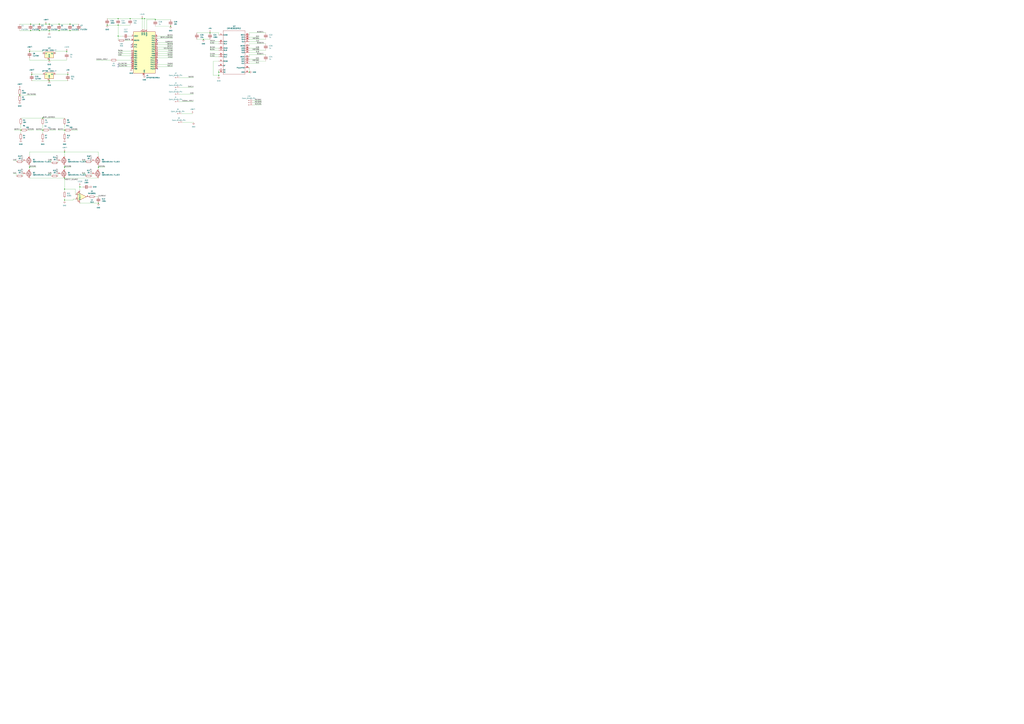
<source format=kicad_sch>
(kicad_sch (version 20250114) (generator "eeschema") (generator_version "9.0")
  (paper "A0")
  (lib_symbols
    (symbol "Amplifier_Current:INA180B1" (pin_names (offset 0.127))
      (property "Reference" "U" (at 3.81 3.81 0))
      (property "Value" "INA180B1" (at 3.81 -2.54 0))
      (symbol "INA180B1_1_1"
        (pin input line (at -7.62 2.54 0) (length 2.54) (name "+") (number "1"))
        (pin input line (at -7.62 -2.54 0) (length 2.54) (name "-") (number "3"))
        (pin power_in line (at -2.54 7.62 270) (length 3.81) (name "V+") (number "5"))
        (pin power_in line (at -2.54 -7.62 90) (length 3.81) (name "GND") (number "2"))
        (pin output line (at 7.62 0 180) (length 2.54) (name "~") (number "4"))
      )
    )
    (symbol "Conn_01x01_Pin_1" (pin_names (offset 1.016) (hide yes))
      (property "Reference" "J5" (at 0.635 5.08 0))
      (property "Value" "Conn_01x01_Pin" (at 0.635 2.54 0))
      (symbol "Conn_01x01_Pin_1_1_1"
        (pin power_out line (at 5.08 0 180) (length 3.81) (name "Pin_1") (number "1"))
      )
    )
    (symbol "Conn_01x01_Pin_2" (pin_names (offset 1.016) (hide yes))
      (property "Reference" "J6" (at 0.635 5.08 0))
      (property "Value" "Conn_01x01_Pin" (at 0.635 2.54 0))
      (symbol "Conn_01x01_Pin_2_1_1"
        (pin power_out line (at 5.08 0 180) (length 3.81) (name "Pin_1") (number "1"))
      )
    )
    (symbol "Connector:Conn_01x01_Pin" (pin_names (offset 1.016) (hide yes))
      (property "Reference" "J" (at 0 2.54 0))
      (property "Value" "Conn_01x01_Pin" (at 0 -2.54 0))
      (symbol "Conn_01x01_Pin_1_1"
        (pin passive line (at 5.08 0 180) (length 3.81) (name "Pin_1") (number "1"))
      )
    )
    (symbol "Connector:Conn_01x03_Pin" (pin_names (offset 1.016) (hide yes))
      (property "Reference" "J" (at 0 5.08 0))
      (property "Value" "Conn_01x03_Pin" (at 0 -5.08 0))
      (symbol "Conn_01x03_Pin_1_1"
        (pin passive line (at 5.08 2.54 180) (length 3.81) (name "Pin_1") (number "1"))
        (pin passive line (at 5.08 0 180) (length 3.81) (name "Pin_2") (number "2"))
        (pin passive line (at 5.08 -2.54 180) (length 3.81) (name "Pin_3") (number "3"))
      )
    )
    (symbol "DRV8300:DRV8300DRGER" (pin_names (offset 0.254))
      (property "Reference" "U" (at 0 2.54 0))
      (property "Value" "DRV8300DRGER" (at 0 0 0))
      (symbol "DRV8300DRGER_0_1"
        (pin power_in line (at 0 0 0) (length 5.08) (name "GVDD") (number "4"))
        (pin input line (at 0 -7.62 0) (length 5.08) (name "INHA") (number "22"))
        (pin input line (at 0 -10.16 0) (length 5.08) (name "INLA") (number "1"))
        (pin input line (at 0 -15.24 0) (length 5.08) (name "INHB") (number "23"))
        (pin input line (at 0 -17.78 0) (length 5.08) (name "INLB") (number "2"))
        (pin input line (at 0 -22.86 0) (length 5.08) (name "INHC") (number "24"))
        (pin input line (at 0 -25.4 0) (length 5.08) (name "INLC") (number "3"))
        (pin input line (at 0 -30.48 0) (length 5.08) (name "MODE") (number "5"))
        (pin input line (at 0 -35.56 0) (length 5.08) (name "DT") (number "21"))
        (pin unspecified line (at 0 -40.64 0) (length 5.08) (name "NC") (number "7"))
        (pin unspecified line (at 0 -43.18 0) (length 5.08) (name "NC") (number "8"))
        (pin output line (at 35.56 0 180) (length 5.08) (name "BSTA") (number "20"))
        (pin output line (at 35.56 -2.54 180) (length 5.08) (name "GHA") (number "19"))
        (pin input line (at 35.56 -5.08 180) (length 5.08) (name "SHA") (number "18"))
        (pin output line (at 35.56 -7.62 180) (length 5.08) (name "GLA") (number "11"))
        (pin output line (at 35.56 -12.7 180) (length 5.08) (name "BSTB") (number "17"))
        (pin output line (at 35.56 -15.24 180) (length 5.08) (name "GHB") (number "16"))
        (pin input line (at 35.56 -17.78 180) (length 5.08) (name "SHB") (number "15"))
        (pin output line (at 35.56 -20.32 180) (length 5.08) (name "GLB") (number "10"))
        (pin output line (at 35.56 -25.4 180) (length 5.08) (name "BSTC") (number "14"))
        (pin output line (at 35.56 -27.94 180) (length 5.08) (name "GHC") (number "13"))
        (pin input line (at 35.56 -30.48 180) (length 5.08) (name "SHC") (number "12"))
        (pin output line (at 35.56 -33.02 180) (length 5.08) (name "GLC") (number "9"))
        (pin power_in line (at 35.56 -38.1 180) (length 5.08) (name "PowerPAD") (number "25"))
        (pin power_in line (at 35.56 -43.18 180) (length 5.08) (name "GND") (number "6"))
      )
    )
    (symbol "Device:C" (pin_numbers (hide yes)) (pin_names (offset 0.254))
      (property "Reference" "C" (at 0.635 2.54 0))
      (property "Value" "C" (at 0.635 -2.54 0))
      (symbol "C_1_1"
        (pin passive line (at 0 3.81 270) (length 2.794) (name "~") (number "1"))
        (pin passive line (at 0 -3.81 90) (length 2.794) (name "~") (number "2"))
      )
    )
    (symbol "Device:R" (pin_numbers (hide yes)) (pin_names (offset 0))
      (property "Reference" "R" (at 2.032 0 90))
      (property "Value" "R" (at 0 0 90))
      (symbol "R_1_1"
        (pin passive line (at 0 3.81 270) (length 1.27) (name "~") (number "1"))
        (pin passive line (at 0 -3.81 90) (length 1.27) (name "~") (number "2"))
      )
    )
    (symbol "MCU_ST_STM32F0:STM32F051K8Ux"
      (property "Reference" "U" (at -12.7 26.67 0))
      (property "Value" "STM32F051K8Ux" (at 5.08 26.67 0))
      (symbol "STM32F051K8Ux_1_1"
        (pin input line (at -15.24 20.32 0) (length 2.54) (name "NRST") (number "4"))
        (pin input line (at -15.24 15.24 0) (length 2.54) (name "BOOT0") (number "31"))
        (pin bidirectional line (at -15.24 10.16 0) (length 2.54) (name "PF0") (number "2"))
        (pin bidirectional line (at -15.24 7.62 0) (length 2.54) (name "PF1") (number "3"))
        (pin bidirectional line (at -15.24 2.54 0) (length 2.54) (name "PB0") (number "14"))
        (pin bidirectional line (at -15.24 0 0) (length 2.54) (name "PB1") (number "15"))
        (pin bidirectional line (at -15.24 -2.54 0) (length 2.54) (name "PB2") (number "16"))
        (pin bidirectional line (at -15.24 -5.08 0) (length 2.54) (name "PB3") (number "26"))
        (pin bidirectional line (at -15.24 -7.62 0) (length 2.54) (name "PB4") (number "27"))
        (pin bidirectional line (at -15.24 -10.16 0) (length 2.54) (name "PB5") (number "28"))
        (pin bidirectional line (at -15.24 -12.7 0) (length 2.54) (name "PB6") (number "29"))
        (pin bidirectional line (at -15.24 -15.24 0) (length 2.54) (name "PB7") (number "30"))
        (pin bidirectional line (at -15.24 -17.78 0) (length 2.54) (name "PB8") (number "32"))
        (pin power_in line (at -2.54 27.94 270) (length 2.54) (name "VDD") (number "1"))
        (pin power_in line (at 0 27.94 270) (length 2.54) (name "VDD") (number "17"))
        (pin power_in line (at 0 -25.4 90) (length 2.54) (name "VSS") (number "33"))
        (pin power_in line (at 2.54 27.94 270) (length 2.54) (name "VDDA") (number "5"))
        (pin bidirectional line (at 15.24 20.32 180) (length 2.54) (name "PA0") (number "6"))
        (pin bidirectional line (at 15.24 17.78 180) (length 2.54) (name "PA1") (number "7"))
        (pin bidirectional line (at 15.24 15.24 180) (length 2.54) (name "PA2") (number "8"))
        (pin bidirectional line (at 15.24 12.7 180) (length 2.54) (name "PA3") (number "9"))
        (pin bidirectional line (at 15.24 10.16 180) (length 2.54) (name "PA4") (number "10"))
        (pin bidirectional line (at 15.24 7.62 180) (length 2.54) (name "PA5") (number "11"))
        (pin bidirectional line (at 15.24 5.08 180) (length 2.54) (name "PA6") (number "12"))
        (pin bidirectional line (at 15.24 2.54 180) (length 2.54) (name "PA7") (number "13"))
        (pin bidirectional line (at 15.24 0 180) (length 2.54) (name "PA8") (number "18"))
        (pin bidirectional line (at 15.24 -2.54 180) (length 2.54) (name "PA9") (number "19"))
        (pin bidirectional line (at 15.24 -5.08 180) (length 2.54) (name "PA10") (number "20"))
        (pin bidirectional line (at 15.24 -7.62 180) (length 2.54) (name "PA11") (number "21"))
        (pin bidirectional line (at 15.24 -10.16 180) (length 2.54) (name "PA12") (number "22"))
        (pin bidirectional line (at 15.24 -12.7 180) (length 2.54) (name "PA13") (number "23"))
        (pin bidirectional line (at 15.24 -15.24 180) (length 2.54) (name "PA14") (number "24"))
        (pin bidirectional line (at 15.24 -17.78 180) (length 2.54) (name "PA15") (number "25"))
      )
    )
    (symbol "Regulator_Linear:AP7381-33SA-7"
      (property "Reference" "U" (at -3.81 3.175 0))
      (property "Value" "AP7381-33SA-7" (at 0 3.175 0))
      (symbol "AP7381-33SA-7_1_1"
        (pin power_in line (at -7.62 0 0) (length 2.54) (name "VI") (number "1"))
        (pin power_in line (at 0 -7.62 90) (length 2.54) (name "GND") (number "3"))
        (pin power_out line (at 7.62 0 180) (length 2.54) (name "VO") (number "2"))
      )
    )
    (symbol "Regulator_Linear:AP7381-50SA-7"
      (property "Reference" "U" (at -3.81 3.175 0))
      (property "Value" "AP7381-50SA-7" (at 0 3.175 0))
      (symbol "AP7381-50SA-7_1_1"
        (pin power_in line (at -7.62 0 0) (length 2.54) (name "VI") (number "1"))
        (pin power_in line (at 0 -7.62 90) (length 2.54) (name "GND") (number "3"))
        (pin power_out line (at 7.62 0 180) (length 2.54) (name "VO") (number "2"))
      )
    )
    (symbol "Transistor_FET:PSMN5R2-60YL" (pin_names (hide yes))
      (property "Reference" "Q" (at 5.715 1.905 0))
      (property "Value" "PSMN5R2-60YL" (at 12.7 0 0))
      (symbol "PSMN5R2-60YL_1_1"
        (pin passive line (at -5.08 0 0) (length 2.54) (name "G") (number "4"))
        (pin passive line (at 2.54 5.08 270) (length 2.54) (name "D") (number "5"))
        (pin passive line (at 2.54 -5.08 90) (length 2.54) (name "S") (number "1"))
        (pin passive line (at 2.54 -5.08 90) (length 2.54) (hide yes) (name "S") (number "2"))
        (pin passive line (at 2.54 -5.08 90) (length 2.54) (hide yes) (name "S") (number "3"))
      )
    )
    (symbol "power:+3.3V" (power) (pin_numbers (hide yes)) (pin_names (offset 0) (hide yes))
      (property "Value" "+3.3V" (at 0 3.556 0))
      (symbol "+3.3V_1_1"
        (pin power_in line (at 0 0 90) (length 0) (name "~") (number "1"))
      )
    )
    (symbol "power:+5V" (power) (pin_numbers (hide yes)) (pin_names (offset 0) (hide yes))
      (property "Value" "+5V" (at 0 3.556 0))
      (symbol "+5V_1_1"
        (pin power_in line (at 0 0 90) (length 0) (name "~") (number "1"))
      )
    )
    (symbol "power:+BATT" (power) (pin_numbers (hide yes)) (pin_names (offset 0) (hide yes))
      (property "Value" "+BATT" (at 0 3.556 0))
      (symbol "+BATT_1_1"
        (pin power_in line (at 0 0 90) (length 0) (name "~") (number "1"))
      )
    )
    (symbol "power:GND" (power) (pin_numbers (hide yes)) (pin_names (offset 0) (hide yes))
      (property "Value" "GND" (at 0 -3.81 0))
      (symbol "GND_1_1"
        (pin power_in line (at 0 0 270) (length 0) (name "~") (number "1"))
      )
    )
  )
  (junction (at 74.93 207.01))
  (junction (at 74.93 194.31))
  (junction (at 35.56 35.56))
  (junction (at 254 83.82))
  (junction (at 34.29 194.31))
  (junction (at 68.58 35.56))
  (junction (at 243.84 38.1))
  (junction (at 81.28 35.56))
  (junction (at 81.28 27.94))
  (junction (at 180.34 22.86))
  (junction (at 53.34 27.94))
  (junction (at 24.13 151.13))
  (junction (at 137.16 21.59))
  (junction (at 124.46 29.21))
  (junction (at 151.13 21.59))
  (junction (at 254 87.63))
  (junction (at 137.16 29.21))
  (junction (at 49.53 137.16))
  (junction (at 45.72 27.94))
  (junction (at 165.1 21.59))
  (junction (at 114.3 236.22))
  (junction (at 22.86 110.49))
  (junction (at 74.93 232.41))
  (junction (at 289.56 83.82))
  (junction (at 167.64 21.59))
  (junction (at 137.16 41.91))
  (junction (at 57.15 35.56))
  (junction (at 57.15 27.94))
  (junction (at 74.93 151.13))
  (junction (at 74.93 176.53))
  (junction (at 74.93 219.71))
  (junction (at 49.53 151.13))
  (junction (at 36.83 86.36))
  (junction (at 198.12 30.48))
  (junction (at 77.47 59.69))
  (junction (at 78.74 86.36))
  (junction (at 35.56 27.94))
  (junction (at 57.15 69.85))
  (junction (at 45.72 35.56))
  (junction (at 68.58 27.94))
  (junction (at 236.22 45.72))
  (junction (at 114.3 194.31))
  (junction (at 92.71 217.17))
  (junction (at 34.29 59.69))
  (junction (at 57.15 93.98))
  (no_connect (at 182.88 80.01))
  (no_connect (at 152.4 67.31))
  (no_connect (at 152.4 54.61))
  (no_connect (at 254 76.2))
  (no_connect (at 182.88 72.39))
  (no_connect (at 152.4 72.39))
  (no_connect (at 182.88 69.85))
  (no_connect (at 152.4 52.07))
  (no_connect (at 137.16 77.47))
  (no_connect (at 182.88 46.99))
  (no_connect (at 137.16 74.93))
  (wire (pts (xy 182.88 41.91) (xy 200.66 41.91)))
  (wire (pts (xy 59.69 201.93) (xy 59.69 204.47)))
  (wire (pts (xy 22.86 110.49) (xy 41.91 110.49)))
  (wire (pts (xy 57.15 35.56) (xy 68.58 35.56)))
  (wire (pts (xy 208.28 118.11) (xy 224.79 118.11)))
  (wire (pts (xy 142.24 41.91) (xy 137.16 41.91)))
  (wire (pts (xy 57.15 151.13) (xy 64.77 151.13)))
  (wire (pts (xy 41.91 151.13) (xy 49.53 151.13)))
  (wire (pts (xy 151.13 21.59) (xy 165.1 21.59)))
  (wire (pts (xy 208.28 109.22) (xy 224.79 109.22)))
  (wire (pts (xy 19.05 186.69) (xy 19.05 187.96)))
  (wire (pts (xy 114.3 181.61) (xy 114.3 176.53)))
  (wire (pts (xy 34.29 69.85) (xy 34.29 67.31)))
  (wire (pts (xy 57.15 93.98) (xy 78.74 93.98)))
  (wire (pts (xy 85.09 231.14) (xy 85.09 232.41)))
  (wire (pts (xy 45.72 27.94) (xy 53.34 27.94)))
  (wire (pts (xy 289.56 48.26) (xy 300.99 48.26)))
  (wire (pts (xy 289.56 73.66) (xy 300.99 73.66)))
  (wire (pts (xy 247.65 87.63) (xy 254 87.63)))
  (wire (pts (xy 212.09 142.24) (xy 224.79 142.24)))
  (wire (pts (xy 135.89 69.85) (xy 152.4 69.85)))
  (wire (pts (xy 124.46 21.59) (xy 137.16 21.59)))
  (wire (pts (xy 289.56 63.5) (xy 289.56 66.04)))
  (wire (pts (xy 137.16 41.91) (xy 137.16 29.21)))
  (wire (pts (xy 74.93 191.77) (xy 74.93 194.31)))
  (wire (pts (xy 243.84 66.04) (xy 254 66.04)))
  (wire (pts (xy 254 71.12) (xy 247.65 71.12)))
  (wire (pts (xy 74.93 176.53) (xy 74.93 181.61)))
  (wire (pts (xy 137.16 21.59) (xy 151.13 21.59)))
  (wire (pts (xy 57.15 35.56) (xy 57.15 38.1)))
  (wire (pts (xy 254 40.64) (xy 254 38.1)))
  (wire (pts (xy 167.64 34.29) (xy 167.64 21.59)))
  (wire (pts (xy 137.16 77.47) (xy 152.4 77.47)))
  (wire (pts (xy 99.06 201.93) (xy 99.06 204.47)))
  (wire (pts (xy 289.56 55.88) (xy 300.99 55.88)))
  (wire (pts (xy 289.56 38.1) (xy 289.56 40.64)))
  (wire (pts (xy 308.61 50.8) (xy 289.56 50.8)))
  (wire (pts (xy 289.56 58.42) (xy 308.61 58.42)))
  (wire (pts (xy 243.84 55.88) (xy 254 55.88)))
  (wire (pts (xy 149.86 41.91) (xy 152.4 41.91)))
  (wire (pts (xy 289.56 50.8) (xy 289.56 53.34)))
  (wire (pts (xy 64.77 59.69) (xy 64.77 62.23)))
  (wire (pts (xy 243.84 63.5) (xy 254 63.5)))
  (wire (pts (xy 243.84 38.1) (xy 228.6 38.1)))
  (wire (pts (xy 55.88 201.93) (xy 59.69 201.93)))
  (wire (pts (xy 92.71 217.17) (xy 96.52 217.17)))
  (wire (pts (xy 247.65 71.12) (xy 247.65 87.63)))
  (wire (pts (xy 137.16 74.93) (xy 152.4 74.93)))
  (wire (pts (xy 182.88 49.53) (xy 200.66 49.53)))
  (wire (pts (xy 110.49 228.6) (xy 114.3 228.6)))
  (wire (pts (xy 59.69 186.69) (xy 59.69 189.23)))
  (wire (pts (xy 254 87.63) (xy 254 88.9)))
  (wire (pts (xy 24.13 151.13) (xy 24.13 154.94)))
  (wire (pts (xy 36.83 86.36) (xy 49.53 86.36)))
  (wire (pts (xy 182.88 64.77) (xy 200.66 64.77)))
  (wire (pts (xy 74.93 207.01) (xy 74.93 219.71)))
  (wire (pts (xy 74.93 194.31) (xy 74.93 196.85)))
  (wire (pts (xy 64.77 86.36) (xy 78.74 86.36)))
  (wire (pts (xy 74.93 144.78) (xy 74.93 151.13)))
  (wire (pts (xy 74.93 176.53) (xy 34.29 176.53)))
  (wire (pts (xy 74.93 232.41) (xy 74.93 229.87)))
  (wire (pts (xy 26.67 186.69) (xy 26.67 187.96)))
  (wire (pts (xy 182.88 67.31) (xy 200.66 67.31)))
  (wire (pts (xy 35.56 27.94) (xy 45.72 27.94)))
  (wire (pts (xy 64.77 59.69) (xy 77.47 59.69)))
  (wire (pts (xy 74.93 232.41) (xy 74.93 233.68)))
  (wire (pts (xy 208.28 101.6) (xy 224.79 101.6)))
  (wire (pts (xy 92.71 217.17) (xy 92.71 220.98)))
  (wire (pts (xy 289.56 60.96) (xy 300.99 60.96)))
  (wire (pts (xy 182.88 77.47) (xy 200.66 77.47)))
  (wire (pts (xy 289.56 45.72) (xy 308.61 45.72)))
  (wire (pts (xy 144.78 46.99) (xy 152.4 46.99)))
  (wire (pts (xy 87.63 226.06) (xy 87.63 219.71)))
  (wire (pts (xy 182.88 59.69) (xy 200.66 59.69)))
  (wire (pts (xy 243.84 50.8) (xy 254 50.8)))
  (wire (pts (xy 67.31 186.69) (xy 67.31 189.23)))
  (wire (pts (xy 308.61 38.1) (xy 289.56 38.1)))
  (wire (pts (xy 289.56 71.12) (xy 308.61 71.12)))
  (wire (pts (xy 180.34 30.48) (xy 198.12 30.48)))
  (wire (pts (xy 111.76 69.85) (xy 128.27 69.85)))
  (wire (pts (xy 137.16 59.69) (xy 152.4 59.69)))
  (wire (pts (xy 92.71 236.22) (xy 114.3 236.22)))
  (wire (pts (xy 106.68 186.69) (xy 106.68 187.96)))
  (wire (pts (xy 81.28 27.94) (xy 91.44 27.94)))
  (wire (pts (xy 182.88 52.07) (xy 200.66 52.07)))
  (wire (pts (xy 31.75 151.13) (xy 39.37 151.13)))
  (wire (pts (xy 308.61 63.5) (xy 289.56 63.5)))
  (wire (pts (xy 92.71 215.9) (xy 92.71 217.17)))
  (wire (pts (xy 74.93 207.01) (xy 114.3 207.01)))
  (wire (pts (xy 210.82 132.08) (xy 223.52 132.08)))
  (wire (pts (xy 15.24 201.93) (xy 19.05 201.93)))
  (wire (pts (xy 95.25 186.69) (xy 99.06 186.69)))
  (wire (pts (xy 49.53 137.16) (xy 74.93 137.16)))
  (wire (pts (xy 124.46 29.21) (xy 137.16 29.21)))
  (wire (pts (xy 137.16 64.77) (xy 152.4 64.77)))
  (wire (pts (xy 19.05 201.93) (xy 19.05 204.47)))
  (wire (pts (xy 45.72 35.56) (xy 57.15 35.56)))
  (wire (pts (xy 180.34 21.59) (xy 180.34 22.86)))
  (wire (pts (xy 49.53 144.78) (xy 49.53 151.13)))
  (wire (pts (xy 82.55 151.13) (xy 90.17 151.13)))
  (wire (pts (xy 167.64 21.59) (xy 165.1 21.59)))
  (wire (pts (xy 35.56 35.56) (xy 45.72 35.56)))
  (wire (pts (xy 289.56 43.18) (xy 300.99 43.18)))
  (wire (pts (xy 57.15 69.85) (xy 77.47 69.85)))
  (wire (pts (xy 74.93 222.25) (xy 74.93 219.71)))
  (wire (pts (xy 180.34 22.86) (xy 170.18 22.86)))
  (wire (pts (xy 114.3 176.53) (xy 74.93 176.53)))
  (wire (pts (xy 114.3 191.77) (xy 114.3 194.31)))
  (wire (pts (xy 137.16 29.21) (xy 151.13 29.21)))
  (wire (pts (xy 34.29 207.01) (xy 74.93 207.01)))
  (wire (pts (xy 182.88 54.61) (xy 200.66 54.61)))
  (wire (pts (xy 167.64 21.59) (xy 180.34 21.59)))
  (wire (pts (xy 182.88 74.93) (xy 200.66 74.93)))
  (wire (pts (xy 254 83.82) (xy 254 87.63)))
  (wire (pts (xy 57.15 69.85) (xy 34.29 69.85)))
  (wire (pts (xy 85.09 232.41) (xy 74.93 232.41)))
  (wire (pts (xy 77.47 69.85) (xy 77.47 68.58)))
  (wire (pts (xy 254 38.1) (xy 243.84 38.1)))
  (wire (pts (xy 24.13 144.78) (xy 24.13 151.13)))
  (wire (pts (xy 198.12 22.86) (xy 180.34 22.86)))
  (wire (pts (xy 182.88 57.15) (xy 200.66 57.15)))
  (wire (pts (xy 34.29 176.53) (xy 34.29 181.61)))
  (wire (pts (xy 74.93 151.13) (xy 74.93 154.94)))
  (wire (pts (xy 114.3 194.31) (xy 121.92 194.31)))
  (wire (pts (xy 293.37 121.92) (xy 303.53 121.92)))
  (wire (pts (xy 182.88 44.45) (xy 200.66 44.45)))
  (wire (pts (xy 36.83 93.98) (xy 57.15 93.98)))
  (wire (pts (xy 228.6 45.72) (xy 236.22 45.72)))
  (wire (pts (xy 55.88 186.69) (xy 59.69 186.69)))
  (wire (pts (xy 77.47 60.96) (xy 77.47 59.69)))
  (wire (pts (xy 137.16 62.23) (xy 152.4 62.23)))
  (wire (pts (xy 34.29 194.31) (xy 41.91 194.31)))
  (wire (pts (xy 22.86 35.56) (xy 35.56 35.56)))
  (wire (pts (xy 49.53 151.13) (xy 49.53 154.94)))
  (wire (pts (xy 34.29 194.31) (xy 34.29 196.85)))
  (wire (pts (xy 53.34 27.94) (xy 57.15 27.94)))
  (wire (pts (xy 289.56 78.74) (xy 289.56 83.82)))
  (wire (pts (xy 81.28 35.56) (xy 91.44 35.56)))
  (wire (pts (xy 165.1 21.59) (xy 165.1 34.29)))
  (wire (pts (xy 236.22 45.72) (xy 243.84 45.72)))
  (wire (pts (xy 15.24 186.69) (xy 19.05 186.69)))
  (wire (pts (xy 243.84 58.42) (xy 254 58.42)))
  (wire (pts (xy 74.93 219.71) (xy 87.63 219.71)))
  (wire (pts (xy 34.29 191.77) (xy 34.29 194.31)))
  (wire (pts (xy 34.29 59.69) (xy 49.53 59.69)))
  (wire (pts (xy 208.28 90.17) (xy 224.79 90.17)))
  (wire (pts (xy 67.31 151.13) (xy 74.93 151.13)))
  (wire (pts (xy 68.58 35.56) (xy 81.28 35.56)))
  (wire (pts (xy 182.88 62.23) (xy 200.66 62.23)))
  (wire (pts (xy 24.13 137.16) (xy 49.53 137.16)))
  (wire (pts (xy 289.56 68.58) (xy 300.99 68.58)))
  (wire (pts (xy 99.06 186.69) (xy 99.06 187.96)))
  (wire (pts (xy 137.16 46.99) (xy 137.16 41.91)))
  (wire (pts (xy 74.93 194.31) (xy 82.55 194.31)))
  (wire (pts (xy 22.86 27.94) (xy 35.56 27.94)))
  (wire (pts (xy 57.15 27.94) (xy 68.58 27.94)))
  (wire (pts (xy 68.58 27.94) (xy 81.28 27.94)))
  (wire (pts (xy 87.63 231.14) (xy 85.09 231.14)))
  (wire (pts (xy 243.84 48.26) (xy 254 48.26)))
  (wire (pts (xy 95.25 201.93) (xy 99.06 201.93)))
  (wire (pts (xy 293.37 116.84) (xy 303.53 116.84)))
  (wire (pts (xy 170.18 22.86) (xy 170.18 34.29)))
  (wire (pts (xy 26.67 201.93) (xy 26.67 204.47)))
  (wire (pts (xy 106.68 201.93) (xy 106.68 204.47)))
  (wire (pts (xy 114.3 194.31) (xy 114.3 196.85)))
  (wire (pts (xy 254 81.28) (xy 254 83.82)))
  (wire (pts (xy 67.31 201.93) (xy 67.31 204.47)))
  (wire (pts (xy 49.53 59.69) (xy 49.53 62.23)))
  (wire (pts (xy 293.37 119.38) (xy 303.53 119.38)))
  (wire (pts (xy 16.51 151.13) (xy 24.13 151.13)))
  (label "BOOSTB" (at 298.45 50.8 0))
  (label "GND" (at 137.16 64.77 0))
  (label "SWCLK" (at 200.66 77.47 180))
  (label "MOTORC" (at 303.53 116.84 180))
  (label "ALOW" (at 137.16 62.23 0))
  (label "GLA" (at 95.25 201.93 0))
  (label "GLC_R" (at 26.67 201.93 90))
  (label "BEMFA" (at 200.66 41.91 180))
  (label "GLB" (at 55.88 201.93 0))
  (label "GND" (at 224.79 109.22 180))
  (label "BOOSTC" (at 298.45 63.5 0))
  (label "SIGNAL_INPUT" (at 111.76 69.85 0))
  (label "GHC" (at 300.99 68.58 180))
  (label "MOTORA" (at 303.53 121.92 180))
  (label "GHC_R" (at 26.67 186.69 90))
  (label "ALOW" (at 243.84 50.8 0))
  (label "BOOT0" (at 144.78 46.99 0))
  (label "MOTORA" (at 121.92 194.31 180))
  (label "BEMFC" (at 200.66 54.61 180))
  (label "MOTORA" (at 39.37 151.13 180))
  (label "BEMFA" (at 16.51 151.13 0))
  (label "CURRENT" (at 200.66 49.53 180))
  (label "BHIGH" (at 200.66 64.77 180))
  (label "CURRENT" (at 114.3 228.6 0))
  (label "BEMF_COMMON" (at 200.66 44.45 180))
  (label "MOTORB" (at 64.77 151.13 180))
  (label "MOTORB" (at 82.55 194.31 180))
  (label "BEMFB" (at 41.91 151.13 0))
  (label "BHIGH" (at 243.84 55.88 0))
  (label "VOLTSENSE" (at 200.66 57.15 180))
  (label "MOTORC" (at 300.99 71.12 180))
  (label "MOTORC" (at 90.17 151.13 180))
  (label "GLC" (at 15.24 201.93 0))
  (label "BOOSTA" (at 298.45 38.1 0))
  (label "GHA_R" (at 106.68 186.69 90))
  (label "AHIGH" (at 200.66 67.31 180))
  (label "BEMFC" (at 67.31 151.13 0))
  (label "BLOW" (at 243.84 58.42 0))
  (label "GHB" (at 55.88 186.69 0))
  (label "CLOW" (at 243.84 66.04 0))
  (label "MOTORB" (at 300.99 58.42 180))
  (label "GHC" (at 15.24 186.69 0))
  (label "GHB" (at 300.99 55.88 180))
  (label "GLA_R" (at 106.68 201.93 90))
  (label "GLB" (at 300.99 60.96 180))
  (label "CHIGH" (at 200.66 62.23 180))
  (label "GLC" (at 300.99 73.66 180))
  (label "MOSFET_SOURCE" (at 74.93 209.55 0))
  (label "SWCLK" (at 224.79 101.6 180))
  (label "VOLTSENSE" (at 41.91 110.49 180))
  (label "AHIGH" (at 243.84 48.26 0))
  (label "GLB_R" (at 67.31 201.93 90))
  (label "SWDIO" (at 224.79 90.17 180))
  (label "TELEMETRX" (at 137.16 77.47 0))
  (label "CHIGH" (at 243.84 63.5 0))
  (label "GHA" (at 95.25 186.69 0))
  (label "SWDIO" (at 200.66 74.93 180))
  (label "CLOW" (at 200.66 59.69 180))
  (label "GLA" (at 300.99 48.26 180))
  (label "MOTORA" (at 300.99 45.72 180))
  (label "GHA" (at 300.99 43.18 180))
  (label "BEMFB" (at 200.66 52.07 180))
  (label "GHB_R" (at 67.31 186.69 90))
  (label "SIGNAL_INPUT" (at 224.79 118.11 180))
  (label "BEMF_COMMON" (at 49.53 137.16 0))
  (label "MOTORB" (at 303.53 119.38 180))
  (label "BLOW" (at 137.16 59.69 0))
  (label "TELEMETRY" (at 137.16 74.93 0))
  (label "MOTORC" (at 41.91 194.31 180))
  (symbol (lib_id "Device:C") (at 34.29 63.5 0) (unit 1)
    (property "Reference" "C8" (at 38.1 62.2299 0) (effects (justify left)))
    (property "Value" "1uF25V" (at 38.1 64.7699 0) (effects (justify left)))
    (property "Footprint" "Capacitor_SMD:C_0603_1608Metric" (effects (hide yes)))
    (property "Description" "Unpolarized capacitor" (effects (hide yes)))
  )
  (symbol (lib_id "Device:C") (at 198.12 26.67 180) (unit 1)
    (property "Reference" "C19" (at 201.93 25.3999 0) (effects (justify right)))
    (property "Value" "10n" (at 201.93 27.9399 0) (effects (justify right)))
    (property "Footprint" "Capacitor_SMD:C_0201_0603Metric" (effects (hide yes)))
    (property "Description" "Unpolarized capacitor" (effects (hide yes)))
  )
  (symbol (lib_id "power:+3.3V") (at 92.71 215.9 0) (unit 1)
    (property "Reference" "#PWR016" (effects (hide yes)))
    (property "Value" "+3.3V" (at 92.71 210.82 0))
    (property "Description" "Power symbol creates a global label with name \"+3.3V\"" (effects (hide yes)))
  )
  (symbol (lib_id "power:GND") (at 198.12 30.48 0) (unit 1)
    (property "Reference" "#PWR021" (effects (hide yes)))
    (property "Value" "GND" (at 198.12 35.56 0))
    (property "Description" "Power symbol creates a global label with name \"GND\" , ground" (effects (hide yes)))
  )
  (symbol (lib_id "Device:R") (at 22.86 106.68 0) (unit 1)
    (property "Reference" "R1" (at 25.4 105.4099 0) (effects (justify left)))
    (property "Value" "100K" (at 25.4 107.9499 0) (effects (justify left)))
    (property "Footprint" "Resistor_SMD:R_0402_1005Metric" (effects (hide yes)))
    (property "Description" "Resistor" (effects (hide yes)))
  )
  (symbol (lib_id "Regulator_Linear:AP7381-33SA-7") (at 57.15 62.23 0) (unit 1)
    (property "Reference" "U3" (at 57.15 55.88 0))
    (property "Value" "AP7381-33SA-7" (at 57.15 58.42 0))
    (property "Footprint" "Package_TO_SOT_SMD:SOT-23" (effects (hide yes)))
    (property "Datasheet" "https://www.diodes.com/assets/Datasheets/AP7381.pdf" (effects (hide yes)))
    (property "Description" "150mA Low Dropout Voltage Regulator, Fixed Output 3.3V, Wide Input Voltage Range 40V, SOT-23" (effects (hide yes)))
  )
  (symbol (lib_id "power:+BATT") (at 34.29 59.69 0) (unit 1)
    (property "Reference" "#PWR03" (effects (hide yes)))
    (property "Value" "+BATT" (at 34.29 54.61 0))
    (property "Description" "Power symbol creates a global label with name \"+BATT\"" (effects (hide yes)))
  )
  (symbol (lib_id "power:+5V") (at 243.84 38.1 0) (unit 1)
    (property "Reference" "#PWR024" (effects (hide yes)))
    (property "Value" "+5V" (at 243.84 33.02 0))
    (property "Description" "Power symbol creates a global label with name \"+5V\"" (effects (hide yes)))
  )
  (symbol (lib_id "Device:R") (at 22.86 187.96 90) (unit 1)
    (property "Reference" "R12" (at 22.86 181.61 90))
    (property "Value" "20" (at 22.86 184.15 90))
    (property "Footprint" "Resistor_SMD:R_0402_1005Metric" (effects (hide yes)))
    (property "Description" "Resistor" (effects (hide yes)))
  )
  (symbol (lib_id "Device:R") (at 106.68 228.6 90) (mirror x) (unit 1)
    (property "Reference" "R19" (at 106.68 234.95 90))
    (property "Value" "1K" (at 106.68 232.41 90))
    (property "Footprint" "Resistor_SMD:R_0201_0603Metric" (effects (hide yes)))
    (property "Description" "Resistor" (effects (hide yes)))
  )
  (symbol (lib_id "Device:C") (at 308.61 41.91 180) (unit 1)
    (property "Reference" "C22" (at 312.42 40.6399 0) (effects (justify right)))
    (property "Value" "1u" (at 312.42 43.1799 0) (effects (justify right)))
    (property "Footprint" "Capacitor_SMD:C_0201_0603Metric" (effects (hide yes)))
    (property "Description" "Unpolarized capacitor" (effects (hide yes)))
  )
  (symbol (lib_name "Conn_01x01_Pin_2") (lib_id "Connector:Conn_01x01_Pin") (at 207.01 142.24 0) (unit 1)
    (property "Reference" "J6" (at 207.645 137.16 0))
    (property "Value" "Conn_01x01_Pin" (at 207.645 139.7 0))
    (property "Footprint" "Custom:EscBatteryConnector" (effects (hide yes)))
    (property "Description" "Generic connector, single row, 01x01, script generated" (effects (hide yes)))
  )
  (symbol (lib_id "Device:C") (at 91.44 31.75 0) (unit 1)
    (property "Reference" "C7" (at 93.472 29.718 0) (effects (justify left)))
    (property "Value" "47uF25V" (at 92.964 34.29 0) (effects (justify left)))
    (property "Footprint" "Capacitor_SMD:C_1206_3216Metric" (effects (hide yes)))
    (property "Description" "Unpolarized capacitor" (effects (hide yes)))
  )
  (symbol (lib_id "Device:C") (at 100.33 217.17 90) (unit 1)
    (property "Reference" "C12" (at 100.33 209.55 90))
    (property "Value" "100n" (at 100.33 212.09 90))
    (property "Footprint" "Capacitor_SMD:C_0201_0603Metric" (effects (hide yes)))
    (property "Description" "Unpolarized capacitor" (effects (hide yes)))
  )
  (symbol (lib_id "Device:R") (at 53.34 151.13 90) (unit 1)
    (property "Reference" "R8" (at 52.578 146.558 90))
    (property "Value" "10K" (at 57.15 148.336 90))
    (property "Footprint" "Resistor_SMD:R_0201_0603Metric" (effects (hide yes)))
    (property "Description" "Resistor" (effects (hide yes)))
  )
  (symbol (lib_id "Device:C") (at 243.84 41.91 180) (unit 1)
    (property "Reference" "C21" (at 247.65 40.6399 0) (effects (justify right)))
    (property "Value" "100n" (at 247.65 43.1799 0) (effects (justify right)))
    (property "Footprint" "Capacitor_SMD:C_0201_0603Metric" (effects (hide yes)))
    (property "Description" "Unpolarized capacitor" (effects (hide yes)))
  )
  (symbol (lib_id "Device:C") (at 78.74 90.17 0) (unit 1)
    (property "Reference" "C11" (at 82.55 88.8999 0) (effects (justify left)))
    (property "Value" "1u" (at 82.55 91.4399 0) (effects (justify left)))
    (property "Footprint" "Capacitor_SMD:C_0201_0603Metric" (effects (hide yes)))
    (property "Description" "Unpolarized capacitor" (effects (hide yes)))
  )
  (symbol (lib_id "power:+5V") (at 78.74 86.36 0) (unit 1)
    (property "Reference" "#PWR06" (effects (hide yes)))
    (property "Value" "+5V" (at 78.74 81.28 0))
    (property "Description" "Power symbol creates a global label with name \"+5V\"" (effects (hide yes)))
  )
  (symbol (lib_id "DRV8300:DRV8300DRGER") (at 254 40.64 0) (unit 1)
    (property "Reference" "U2" (at 271.78 30.48 0) (effects (font (size 1.524 1.524))))
    (property "Value" "DRV8300DRGE" (at 271.78 33.02 0) (effects (font (size 1.524 1.524))))
    (property "Footprint" "Custom:VQFN-24-1EP_4x4mm_P0.5mm_EP2.45x2.45mm_ThermalVias-Custom" (effects (hide yes)))
    (property "Datasheet" "https://www.ti.com/lit/gpn/drv8300" (effects (hide yes)))
  )
  (symbol (lib_id "Device:C") (at 36.83 90.17 0) (unit 1)
    (property "Reference" "C10" (at 40.64 88.8999 0) (effects (justify left)))
    (property "Value" "1uF25V" (at 40.64 91.4399 0) (effects (justify left)))
    (property "Footprint" "Capacitor_SMD:C_0603_1608Metric" (effects (hide yes)))
    (property "Description" "Unpolarized capacitor" (effects (hide yes)))
  )
  (symbol (lib_id "power:+3.3V") (at 165.1 21.59 0) (unit 1)
    (property "Reference" "#PWR020" (effects (hide yes)))
    (property "Value" "+3.3V" (at 165.1 16.51 0))
    (property "Description" "Power symbol creates a global label with name \"+3.3V\"" (effects (hide yes)))
  )
  (symbol (lib_id "power:GND") (at 24.13 162.56 0) (unit 1)
    (property "Reference" "#PWR011" (effects (hide yes)))
    (property "Value" "GND" (at 24.13 167.64 0))
    (property "Description" "Power symbol creates a global label with name \"GND\" , ground" (effects (hide yes)))
  )
  (symbol (lib_id "Device:R") (at 24.13 140.97 0) (unit 1)
    (property "Reference" "R3" (at 26.67 139.6999 0) (effects (justify left)))
    (property "Value" "10K" (at 26.67 142.2399 0) (effects (justify left)))
    (property "Footprint" "Resistor_SMD:R_0201_0603Metric" (effects (hide yes)))
    (property "Description" "Resistor" (effects (hide yes)))
  )
  (symbol (lib_id "Device:R") (at 22.86 204.47 90) (unit 1)
    (property "Reference" "R13" (at 22.86 198.12 90))
    (property "Value" "20" (at 22.86 200.66 90))
    (property "Footprint" "Resistor_SMD:R_0402_1005Metric" (effects (hide yes)))
    (property "Description" "Resistor" (effects (hide yes)))
  )
  (symbol (lib_id "Transistor_FET:PSMN5R2-60YL") (at 31.75 186.69 0) (unit 1)
    (property "Reference" "Q1" (at 38.1 185.4199 0) (effects (justify left)))
    (property "Value" "SQS140ELNW-T1_GE3" (at 38.1 187.9599 0) (effects (justify left)))
    (property "Footprint" "Package_SO:Vishay_PowerPAK_1212-8_Single" (effects (hide yes)))
    (property "Datasheet" "https://assets.nexperia.com/documents/data-sheet/PSMN5R2-60YL.pdf" (effects (hide yes)))
    (property "Description" "100A, 60V Vds, N-Channel MOSFET, 5.2mOhm Ron, LFPAK56" (effects (hide yes)))
  )
  (symbol (lib_id "Transistor_FET:PSMN5R2-60YL") (at 72.39 201.93 0) (unit 1)
    (property "Reference" "Q4" (at 78.74 200.6599 0) (effects (justify left)))
    (property "Value" "SQS140ELNW-T1_GE3" (at 78.74 203.1999 0) (effects (justify left)))
    (property "Footprint" "Package_SO:Vishay_PowerPAK_1212-8_Single" (effects (hide yes)))
    (property "Datasheet" "https://assets.nexperia.com/documents/data-sheet/PSMN5R2-60YL.pdf" (effects (hide yes)))
    (property "Description" "100A, 60V Vds, N-Channel MOSFET, 5.2mOhm Ron, LFPAK56" (effects (hide yes)))
  )
  (symbol (lib_id "Device:C") (at 151.13 25.4 180) (unit 1)
    (property "Reference" "C16" (at 154.94 24.1299 0) (effects (justify right)))
    (property "Value" "10u" (at 154.94 26.6699 0) (effects (justify right)))
    (property "Footprint" "Capacitor_SMD:C_0402_1005Metric" (effects (hide yes)))
    (property "Description" "Unpolarized capacitor" (effects (hide yes)))
  )
  (symbol (lib_id "Transistor_FET:PSMN5R2-60YL") (at 31.75 201.93 0) (unit 1)
    (property "Reference" "Q2" (at 38.1 200.6599 0) (effects (justify left)))
    (property "Value" "SQS140ELNW-T1_GE3" (at 38.1 203.1999 0) (effects (justify left)))
    (property "Footprint" "Package_SO:Vishay_PowerPAK_1212-8_Single" (effects (hide yes)))
    (property "Datasheet" "https://assets.nexperia.com/documents/data-sheet/PSMN5R2-60YL.pdf" (effects (hide yes)))
    (property "Description" "100A, 60V Vds, N-Channel MOSFET, 5.2mOhm Ron, LFPAK56" (effects (hide yes)))
  )
  (symbol (lib_id "Device:R") (at 24.13 158.75 0) (unit 1)
    (property "Reference" "R4" (at 26.67 157.4799 0) (effects (justify left)))
    (property "Value" "1K" (at 26.67 160.0199 0) (effects (justify left)))
    (property "Footprint" "Resistor_SMD:R_0201_0603Metric" (effects (hide yes)))
    (property "Description" "Resistor" (effects (hide yes)))
  )
  (symbol (lib_id "Device:C") (at 45.72 31.75 0) (unit 1)
    (property "Reference" "C3" (at 47.752 29.718 0) (effects (justify left)))
    (property "Value" "47uF25V" (at 47.244 34.29 0) (effects (justify left)))
    (property "Footprint" "Capacitor_SMD:C_1206_3216Metric" (effects (hide yes)))
    (property "Description" "Unpolarized capacitor" (effects (hide yes)))
  )
  (symbol (lib_id "Regulator_Linear:AP7381-50SA-7") (at 57.15 86.36 0) (unit 1)
    (property "Reference" "U6" (at 57.15 80.01 0))
    (property "Value" "AP7381-50SA-7" (at 57.15 82.55 0))
    (property "Footprint" "Package_TO_SOT_SMD:SOT-23" (effects (hide yes)))
    (property "Datasheet" "https://www.diodes.com/assets/Datasheets/AP7381.pdf" (effects (hide yes)))
    (property "Description" "150mA Low Dropout Voltage Regulator, Fixed Output 5.0V, Wide Input Voltage Range 40V, SOT-23" (effects (hide yes)))
  )
  (symbol (lib_id "Device:C") (at 77.47 64.77 0) (unit 1)
    (property "Reference" "C9" (at 81.28 63.4999 0) (effects (justify left)))
    (property "Value" "1u" (at 81.28 66.0399 0) (effects (justify left)))
    (property "Footprint" "Capacitor_SMD:C_0201_0603Metric" (effects (hide yes)))
    (property "Description" "Unpolarized capacitor" (effects (hide yes)))
  )
  (symbol (lib_id "Device:C") (at 68.58 31.75 0) (unit 1)
    (property "Reference" "C5" (at 70.612 29.718 0) (effects (justify left)))
    (property "Value" "47uF25V" (at 70.104 34.29 0) (effects (justify left)))
    (property "Footprint" "Capacitor_SMD:C_1206_3216Metric" (effects (hide yes)))
    (property "Description" "Unpolarized capacitor" (effects (hide yes)))
  )
  (symbol (lib_id "Device:C") (at 180.34 26.67 0) (unit 1)
    (property "Reference" "C18" (at 184.15 25.3999 0) (effects (justify left)))
    (property "Value" "1u" (at 184.15 27.9399 0) (effects (justify left)))
    (property "Footprint" "Capacitor_SMD:C_0201_0603Metric" (effects (hide yes)))
    (property "Description" "Unpolarized capacitor" (effects (hide yes)))
  )
  (symbol (lib_id "Device:R") (at 27.94 151.13 90) (unit 1)
    (property "Reference" "R5" (at 27.94 146.05 90))
    (property "Value" "10K" (at 32.004 148.082 90))
    (property "Footprint" "Resistor_SMD:R_0201_0603Metric" (effects (hide yes)))
    (property "Description" "Resistor" (effects (hide yes)))
  )
  (symbol (lib_id "Amplifier_Current:INA180B1") (at 95.25 228.6 0) (unit 1)
    (property "Reference" "U4" (at 106.68 222.1798 0))
    (property "Value" "INA180B1" (at 106.68 224.7198 0))
    (property "Footprint" "Package_TO_SOT_SMD:SOT-23-5" (effects (hide yes)))
    (property "Datasheet" "http://www.ti.com/lit/ds/symlink/ina180.pdf" (effects (hide yes)))
    (property "Description" "Current Sense Amplifier, 1 Circuit, Rail-to-Rail, 26V, Gain 20 V/V, SOT-23-5" (effects (hide yes)))
  )
  (symbol (lib_id "power:GND") (at 57.15 93.98 0) (unit 1)
    (property "Reference" "#PWR08" (effects (hide yes)))
    (property "Value" "GND" (at 57.15 99.06 0))
    (property "Description" "Power symbol creates a global label with name \"GND\" , ground" (effects (hide yes)))
  )
  (symbol (lib_id "power:GND") (at 49.53 162.56 0) (unit 1)
    (property "Reference" "#PWR012" (effects (hide yes)))
    (property "Value" "GND" (at 49.53 167.64 0))
    (property "Description" "Power symbol creates a global label with name \"GND\" , ground" (effects (hide yes)))
  )
  (symbol (lib_id "Device:R") (at 132.08 69.85 90) (mirror x) (unit 1)
    (property "Reference" "R21" (at 132.08 76.2 90))
    (property "Value" "1K" (at 132.08 73.66 90))
    (property "Footprint" "Resistor_SMD:R_0201_0603Metric" (effects (hide yes)))
    (property "Description" "Resistor" (effects (hide yes)))
  )
  (symbol (lib_id "Connector:Conn_01x03_Pin") (at 288.29 119.38 0) (unit 1)
    (property "Reference" "J10" (at 288.925 111.76 0))
    (property "Value" "Conn_01x03_Pin" (at 288.925 114.3 0))
    (property "Footprint" "Custom:EscMotorConnector" (effects (hide yes)))
    (property "Description" "Generic connector, single row, 01x03, script generated" (effects (hide yes)))
  )
  (symbol (lib_id "power:GND") (at 152.4 80.01 0) (unit 1)
    (property "Reference" "#PWR022" (effects (hide yes)))
    (property "Value" "GND" (at 152.4 85.09 0))
    (property "Description" "Power symbol creates a global label with name \"GND\" , ground" (effects (hide yes)))
  )
  (symbol (lib_id "Device:C") (at 146.05 41.91 270) (unit 1)
    (property "Reference" "C17" (at 146.05 34.29 90))
    (property "Value" "100n" (at 146.05 36.83 90))
    (property "Footprint" "Capacitor_SMD:C_0201_0603Metric" (effects (hide yes)))
    (property "Description" "Unpolarized capacitor" (effects (hide yes)))
  )
  (symbol (lib_id "Connector:Conn_01x01_Pin") (at 203.2 90.17 0) (unit 1)
    (property "Reference" "J2" (at 203.835 85.09 0))
    (property "Value" "Conn_01x01_Pin" (at 203.835 87.63 0))
    (property "Footprint" "Connector_Wire:SolderWirePad_1x01_SMD_1x2mm" (effects (hide yes)))
    (property "Description" "Generic connector, single row, 01x01, script generated" (effects (hide yes)))
  )
  (symbol (lib_id "power:+BATT") (at 22.86 102.87 0) (unit 1)
    (property "Reference" "#PWR09" (effects (hide yes)))
    (property "Value" "+BATT" (at 22.86 97.79 0))
    (property "Description" "Power symbol creates a global label with name \"+BATT\"" (effects (hide yes)))
  )
  (symbol (lib_id "Device:C") (at 228.6 41.91 180) (unit 1)
    (property "Reference" "C20" (at 232.41 40.6399 0) (effects (justify right)))
    (property "Value" "10u" (at 232.41 43.1799 0) (effects (justify right)))
    (property "Footprint" "Capacitor_SMD:C_0402_1005Metric" (effects (hide yes)))
    (property "Description" "Unpolarized capacitor" (effects (hide yes)))
  )
  (symbol (lib_id "power:+BATT") (at 223.52 132.08 0) (unit 1)
    (property "Reference" "#PWR027" (effects (hide yes)))
    (property "Value" "+BATT" (at 223.52 127 0))
    (property "Description" "Power symbol creates a global label with name \"+BATT\"" (effects (hide yes)))
  )
  (symbol (lib_id "Device:C") (at 81.28 31.75 0) (unit 1)
    (property "Reference" "C6" (at 83.312 29.718 0) (effects (justify left)))
    (property "Value" "47uF25V" (at 82.804 34.29 0) (effects (justify left)))
    (property "Footprint" "Capacitor_SMD:C_1206_3216Metric" (effects (hide yes)))
    (property "Description" "Unpolarized capacitor" (effects (hide yes)))
  )
  (symbol (lib_id "Connector:Conn_01x01_Pin") (at 203.2 101.6 0) (unit 1)
    (property "Reference" "J3" (at 203.835 96.52 0))
    (property "Value" "Conn_01x01_Pin" (at 203.835 99.06 0))
    (property "Footprint" "Connector_Wire:SolderWirePad_1x01_SMD_1x2mm" (effects (hide yes)))
    (property "Description" "Generic connector, single row, 01x01, script generated" (effects (hide yes)))
  )
  (symbol (lib_id "power:+BATT") (at 74.93 176.53 0) (unit 1)
    (property "Reference" "#PWR014" (effects (hide yes)))
    (property "Value" "+BATT" (at 74.93 171.45 0))
    (property "Description" "Power symbol creates a global label with name \"+BATT\"" (effects (hide yes)))
  )
  (symbol (lib_id "power:GND") (at 224.79 142.24 0) (unit 1)
    (property "Reference" "#PWR028" (effects (hide yes)))
    (property "Value" "GND" (at 224.79 147.32 0))
    (property "Description" "Power symbol creates a global label with name \"GND\" , ground" (effects (hide yes)))
  )
  (symbol (lib_id "power:GND") (at 254 88.9 0) (unit 1)
    (property "Reference" "#PWR029" (effects (hide yes)))
    (property "Value" "GND" (at 254 93.98 0))
    (property "Description" "Power symbol creates a global label with name \"GND\" , ground" (effects (hide yes)))
  )
  (symbol (lib_id "power:GND") (at 74.93 233.68 0) (unit 1)
    (property "Reference" "#PWR015" (effects (hide yes)))
    (property "Value" "GND" (at 74.93 238.76 0))
    (property "Description" "Power symbol creates a global label with name \"GND\" , ground" (effects (hide yes)))
  )
  (symbol (lib_id "Device:C") (at 114.3 232.41 180) (unit 1)
    (property "Reference" "C13" (at 118.11 231.1399 0) (effects (justify right)))
    (property "Value" "100n" (at 118.11 233.6799 0) (effects (justify right)))
    (property "Footprint" "Capacitor_SMD:C_0201_0603Metric" (effects (hide yes)))
    (property "Description" "Unpolarized capacitor" (effects (hide yes)))
  )
  (symbol (lib_id "Device:C") (at 308.61 54.61 180) (unit 1)
    (property "Reference" "C23" (at 312.42 53.3399 0) (effects (justify right)))
    (property "Value" "1u" (at 312.42 55.8799 0) (effects (justify right)))
    (property "Footprint" "Capacitor_SMD:C_0201_0603Metric" (effects (hide yes)))
    (property "Description" "Unpolarized capacitor" (effects (hide yes)))
  )
  (symbol (lib_id "Device:R") (at 74.93 140.97 0) (unit 1)
    (property "Reference" "R9" (at 77.47 139.6999 0) (effects (justify left)))
    (property "Value" "10K" (at 77.47 142.2399 0) (effects (justify left)))
    (property "Footprint" "Resistor_SMD:R_0201_0603Metric" (effects (hide yes)))
    (property "Description" "Resistor" (effects (hide yes)))
  )
  (symbol (lib_id "Device:C") (at 308.61 67.31 180) (unit 1)
    (property "Reference" "C24" (at 312.42 66.0399 0) (effects (justify right)))
    (property "Value" "1u" (at 312.42 68.5799 0) (effects (justify right)))
    (property "Footprint" "Capacitor_SMD:C_0201_0603Metric" (effects (hide yes)))
    (property "Description" "Unpolarized capacitor" (effects (hide yes)))
  )
  (symbol (lib_id "Device:R") (at 140.97 46.99 90) (mirror x) (unit 1)
    (property "Reference" "R20" (at 140.97 53.34 90))
    (property "Value" "10K" (at 140.97 50.8 90))
    (property "Footprint" "Resistor_SMD:R_0201_0603Metric" (effects (hide yes)))
    (property "Description" "Resistor" (effects (hide yes)))
  )
  (symbol (lib_id "Device:C") (at 57.15 31.75 0) (unit 1)
    (property "Reference" "C4" (at 59.182 29.718 0) (effects (justify left)))
    (property "Value" "47uF25V" (at 58.674 34.29 0) (effects (justify left)))
    (property "Footprint" "Capacitor_SMD:C_1206_3216Metric" (effects (hide yes)))
    (property "Description" "Unpolarized capacitor" (effects (hide yes)))
  )
  (symbol (lib_id "Device:R") (at 74.93 158.75 0) (unit 1)
    (property "Reference" "R10" (at 77.47 157.4799 0) (effects (justify left)))
    (property "Value" "1K" (at 77.47 160.0199 0) (effects (justify left)))
    (property "Footprint" "Resistor_SMD:R_0201_0603Metric" (effects (hide yes)))
    (property "Description" "Resistor" (effects (hide yes)))
  )
  (symbol (lib_id "Device:C") (at 137.16 25.4 180) (unit 1)
    (property "Reference" "C14" (at 140.97 24.1299 0) (effects (justify right)))
    (property "Value" "100n" (at 140.97 26.6699 0) (effects (justify right)))
    (property "Footprint" "Capacitor_SMD:C_0201_0603Metric" (effects (hide yes)))
    (property "Description" "Unpolarized capacitor" (effects (hide yes)))
  )
  (symbol (lib_id "power:GND") (at 22.86 118.11 0) (unit 1)
    (property "Reference" "#PWR010" (effects (hide yes)))
    (property "Value" "GND" (at 22.86 123.19 0))
    (property "Description" "Power symbol creates a global label with name \"GND\" , ground" (effects (hide yes)))
  )
  (symbol (lib_id "power:GND") (at 114.3 236.22 0) (unit 1)
    (property "Reference" "#PWR018" (effects (hide yes)))
    (property "Value" "GND" (at 114.3 241.3 0))
    (property "Description" "Power symbol creates a global label with name \"GND\" , ground" (effects (hide yes)))
  )
  (symbol (lib_id "Device:R") (at 74.93 226.06 0) (unit 1)
    (property "Reference" "R23" (at 77.47 224.7899 0) (effects (justify left)))
    (property "Value" "0.001" (at 77.47 227.3299 0) (effects (justify left)))
    (property "Footprint" "Resistor_SMD:R_2512_6332Metric" (effects (hide yes)))
    (property "Description" "Resistor" (effects (hide yes)))
  )
  (symbol (lib_id "power:GND") (at 57.15 69.85 0) (unit 1)
    (property "Reference" "#PWR04" (effects (hide yes)))
    (property "Value" "GND" (at 57.15 74.93 0))
    (property "Description" "Power symbol creates a global label with name \"GND\" , ground" (effects (hide yes)))
  )
  (symbol (lib_id "Connector:Conn_01x01_Pin") (at 203.2 109.22 0) (unit 1)
    (property "Reference" "J4" (at 203.835 104.14 0))
    (property "Value" "Conn_01x01_Pin" (at 203.835 106.68 0))
    (property "Footprint" "Connector_Wire:SolderWirePad_1x01_SMD_1x2mm" (effects (hide yes)))
    (property "Description" "Generic connector, single row, 01x01, script generated" (effects (hide yes)))
  )
  (symbol (lib_id "Device:R") (at 63.5 189.23 90) (unit 1)
    (property "Reference" "R14" (at 63.5 182.88 90))
    (property "Value" "20" (at 63.5 185.42 90))
    (property "Footprint" "Resistor_SMD:R_0402_1005Metric" (effects (hide yes)))
    (property "Description" "Resistor" (effects (hide yes)))
  )
  (symbol (lib_id "Device:R") (at 102.87 187.96 90) (unit 1)
    (property "Reference" "R16" (at 102.87 181.61 90))
    (property "Value" "20" (at 102.87 184.15 90))
    (property "Footprint" "Resistor_SMD:R_0402_1005Metric" (effects (hide yes)))
    (property "Description" "Resistor" (effects (hide yes)))
  )
  (symbol (lib_id "Device:R") (at 49.53 158.75 0) (unit 1)
    (property "Reference" "R7" (at 52.07 157.4799 0) (effects (justify left)))
    (property "Value" "1K" (at 52.07 160.0199 0) (effects (justify left)))
    (property "Footprint" "Resistor_SMD:R_0201_0603Metric" (effects (hide yes)))
    (property "Description" "Resistor" (effects (hide yes)))
  )
  (symbol (lib_id "power:GND") (at 104.14 217.17 90) (unit 1)
    (property "Reference" "#PWR017" (effects (hide yes)))
    (property "Value" "GND" (at 107.95 217.1699 90) (effects (justify right)))
    (property "Description" "Power symbol creates a global label with name \"GND\" , ground" (effects (hide yes)))
  )
  (symbol (lib_id "Device:R") (at 63.5 204.47 90) (unit 1)
    (property "Reference" "R15" (at 63.5 198.12 90))
    (property "Value" "20" (at 63.5 200.66 90))
    (property "Footprint" "Resistor_SMD:R_0402_1005Metric" (effects (hide yes)))
    (property "Description" "Resistor" (effects (hide yes)))
  )
  (symbol (lib_name "Conn_01x01_Pin_1") (lib_id "Connector:Conn_01x01_Pin") (at 205.74 132.08 0) (unit 1)
    (property "Reference" "J5" (at 206.375 127 0))
    (property "Value" "Conn_01x01_Pin" (at 206.375 129.54 0))
    (property "Footprint" "Custom:EscBatteryConnector" (effects (hide yes)))
    (property "Description" "Generic connector, single row, 01x01, script generated" (effects (hide yes)))
  )
  (symbol (lib_id "Device:R") (at 22.86 114.3 0) (unit 1)
    (property "Reference" "R2" (at 25.4 113.0299 0) (effects (justify left)))
    (property "Value" "10K" (at 25.4 115.5699 0) (effects (justify left)))
    (property "Footprint" "Resistor_SMD:R_0402_1005Metric" (effects (hide yes)))
    (property "Description" "Resistor" (effects (hide yes)))
  )
  (symbol (lib_id "power:GND") (at 124.46 29.21 0) (unit 1)
    (property "Reference" "#PWR019" (effects (hide yes)))
    (property "Value" "GND" (at 124.46 34.29 0))
    (property "Description" "Power symbol creates a global label with name \"GND\" , ground" (effects (hide yes)))
  )
  (symbol (lib_id "Device:R") (at 78.74 151.13 90) (unit 1)
    (property "Reference" "R11" (at 78.74 146.05 90))
    (property "Value" "10K" (at 82.55 148.082 90))
    (property "Footprint" "Resistor_SMD:R_0201_0603Metric" (effects (hide yes)))
    (property "Description" "Resistor" (effects (hide yes)))
  )
  (symbol (lib_id "Transistor_FET:PSMN5R2-60YL") (at 111.76 186.69 0) (unit 1)
    (property "Reference" "Q5" (at 118.11 185.4199 0) (effects (justify left)))
    (property "Value" "SQS140ELNW-T1_GE3" (at 118.11 187.9599 0) (effects (justify left)))
    (property "Footprint" "Package_SO:Vishay_PowerPAK_1212-8_Single" (effects (hide yes)))
    (property "Datasheet" "https://assets.nexperia.com/documents/data-sheet/PSMN5R2-60YL.pdf" (effects (hide yes)))
    (property "Description" "100A, 60V Vds, N-Channel MOSFET, 5.2mOhm Ron, LFPAK56" (effects (hide yes)))
  )
  (symbol (lib_id "power:GND") (at 236.22 45.72 0) (unit 1)
    (property "Reference" "#PWR025" (effects (hide yes)))
    (property "Value" "GND" (at 236.22 50.8 0))
    (property "Description" "Power symbol creates a global label with name \"GND\" , ground" (effects (hide yes)))
  )
  (symbol (lib_id "Transistor_FET:PSMN5R2-60YL") (at 111.76 201.93 0) (unit 1)
    (property "Reference" "Q6" (at 118.11 200.6599 0) (effects (justify left)))
    (property "Value" "SQS140ELNW-T1_GE3" (at 118.11 203.1999 0) (effects (justify left)))
    (property "Footprint" "Package_SO:Vishay_PowerPAK_1212-8_Single" (effects (hide yes)))
    (property "Datasheet" "https://assets.nexperia.com/documents/data-sheet/PSMN5R2-60YL.pdf" (effects (hide yes)))
    (property "Description" "100A, 60V Vds, N-Channel MOSFET, 5.2mOhm Ron, LFPAK56" (effects (hide yes)))
  )
  (symbol (lib_id "Device:R") (at 49.53 140.97 0) (unit 1)
    (property "Reference" "R6" (at 52.07 139.6999 0) (effects (justify left)))
    (property "Value" "10K" (at 52.07 142.2399 0) (effects (justify left)))
    (property "Footprint" "Resistor_SMD:R_0201_0603Metric" (effects (hide yes)))
    (property "Description" "Resistor" (effects (hide yes)))
  )
  (symbol (lib_id "Device:C") (at 35.56 31.75 0) (unit 1)
    (property "Reference" "C2" (at 37.592 29.718 0) (effects (justify left)))
    (property "Value" "47uF25V" (at 37.084 34.29 0) (effects (justify left)))
    (property "Footprint" "Capacitor_SMD:C_1206_3216Metric" (effects (hide yes)))
    (property "Description" "Unpolarized capacitor" (effects (hide yes)))
  )
  (symbol (lib_id "power:GND") (at 167.64 87.63 0) (unit 1)
    (property "Reference" "#PWR023" (effects (hide yes)))
    (property "Value" "GND" (at 167.64 92.71 0))
    (property "Description" "Power symbol creates a global label with name \"GND\" , ground" (effects (hide yes)))
  )
  (symbol (lib_id "power:GND") (at 289.56 83.82 90) (unit 1)
    (property "Reference" "#PWR026" (effects (hide yes)))
    (property "Value" "GND" (at 293.37 83.8199 90) (effects (justify right)))
    (property "Description" "Power symbol creates a global label with name \"GND\" , ground" (effects (hide yes)))
  )
  (symbol (lib_id "Connector:Conn_01x01_Pin") (at 203.2 118.11 0) (unit 1)
    (property "Reference" "J1" (at 203.835 113.03 0))
    (property "Value" "Conn_01x01_Pin" (at 203.835 115.57 0))
    (property "Footprint" "Connector_Wire:SolderWirePad_1x01_SMD_1x2mm" (effects (hide yes)))
    (property "Description" "Generic connector, single row, 01x01, script generated" (effects (hide yes)))
  )
  (symbol (lib_id "Device:C") (at 124.46 25.4 180) (unit 1)
    (property "Reference" "C15" (at 128.27 24.1299 0) (effects (justify right)))
    (property "Value" "100n" (at 128.27 26.6699 0) (effects (justify right)))
    (property "Footprint" "Capacitor_SMD:C_0201_0603Metric" (effects (hide yes)))
    (property "Description" "Unpolarized capacitor" (effects (hide yes)))
  )
  (symbol (lib_id "Device:C") (at 22.86 31.75 0) (unit 1)
    (property "Reference" "C1" (at 24.892 29.718 0) (effects (justify left)))
    (property "Value" "47uF25V" (at 24.384 34.29 0) (effects (justify left)))
    (property "Footprint" "Capacitor_SMD:C_1206_3216Metric" (effects (hide yes)))
    (property "Description" "Unpolarized capacitor" (effects (hide yes)))
  )
  (symbol (lib_id "power:GND") (at 57.15 38.1 0) (unit 1)
    (property "Reference" "#PWR02" (effects (hide yes)))
    (property "Value" "GND" (at 57.15 43.18 0))
    (property "Description" "Power symbol creates a global label with name \"GND\" , ground" (effects (hide yes)))
  )
  (symbol (lib_id "power:+3.3V") (at 77.47 59.69 0) (unit 1)
    (property "Reference" "#PWR05" (effects (hide yes)))
    (property "Value" "+3.3V" (at 77.47 54.61 0))
    (property "Description" "Power symbol creates a global label with name \"+3.3V\"" (effects (hide yes)))
  )
  (symbol (lib_id "power:GND") (at 74.93 162.56 0) (unit 1)
    (property "Reference" "#PWR013" (effects (hide yes)))
    (property "Value" "GND" (at 74.93 167.64 0))
    (property "Description" "Power symbol creates a global label with name \"GND\" , ground" (effects (hide yes)))
  )
  (symbol (lib_id "power:+BATT") (at 36.83 86.36 0) (unit 1)
    (property "Reference" "#PWR07" (effects (hide yes)))
    (property "Value" "+BATT" (at 36.83 81.28 0))
    (property "Description" "Power symbol creates a global label with name \"+BATT\"" (effects (hide yes)))
  )
  (symbol (lib_id "Device:R") (at 102.87 204.47 90) (unit 1)
    (property "Reference" "R17" (at 102.87 198.12 90))
    (property "Value" "20" (at 102.87 200.66 90))
    (property "Footprint" "Resistor_SMD:R_0402_1005Metric" (effects (hide yes)))
    (property "Description" "Resistor" (effects (hide yes)))
  )
  (symbol (lib_id "Transistor_FET:PSMN5R2-60YL") (at 72.39 186.69 0) (unit 1)
    (property "Reference" "Q3" (at 78.74 185.4199 0) (effects (justify left)))
    (property "Value" "SQS140ELNW-T1_GE3" (at 78.74 187.9599 0) (effects (justify left)))
    (property "Footprint" "Package_SO:Vishay_PowerPAK_1212-8_Single" (effects (hide yes)))
    (property "Datasheet" "https://assets.nexperia.com/documents/data-sheet/PSMN5R2-60YL.pdf" (effects (hide yes)))
    (property "Description" "100A, 60V Vds, N-Channel MOSFET, 5.2mOhm Ron, LFPAK56" (effects (hide yes)))
  )
  (symbol (lib_id "MCU_ST_STM32F0:STM32F051K8Ux") (at 167.64 62.23 0) (unit 1)
    (property "Reference" "U1" (at 169.7833 87.63 0) (effects (justify left)))
    (property "Value" "STM32F051K8Ux" (at 169.7833 90.17 0) (effects (justify left)))
    (property "Footprint" "Custom:QFN-32-1EP_5x5mm_P0.5mm_EP3.45x3.45mm-Custom" (effects (hide yes)))
    (property "Datasheet" "https://www.st.com/resource/en/datasheet/stm32f051k8.pdf" (effects (hide yes)))
    (property "Description" "STMicroelectronics Arm Cortex-M0 MCU, 64KB flash, 8KB RAM, 48 MHz, 2.0-3.6V, 27 GPIO, UFQFPN32" (effects (hide yes)))
  )
  (symbol (lib_id "power:+BATT") (at 53.34 27.94 0) (unit 1)
    (property "Reference" "#PWR01" (effects (hide yes)))
    (property "Value" "+BATT" (at 53.34 22.86 0))
    (property "Description" "Power symbol creates a global label with name \"+BATT\"" (effects (hide yes)))
  )
)
</source>
